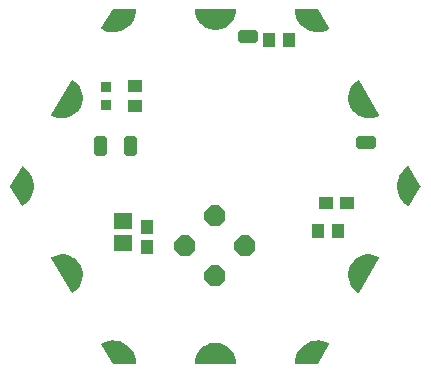
<source format=gbr>
G04 EAGLE Gerber RS-274X export*
G75*
%MOMM*%
%FSLAX34Y34*%
%LPD*%
%INSoldermask Top*%
%IPPOS*%
%AMOC8*
5,1,8,0,0,1.08239X$1,22.5*%
G01*
%ADD10R,1.201600X1.101600*%
%ADD11R,0.901600X0.901600*%
%ADD12R,1.101600X1.201600*%
%ADD13C,0.605878*%
%ADD14C,1.101600*%
%ADD15P,1.924489X8X202.500000*%
%ADD16R,1.601600X1.401600*%

G36*
X363231Y195709D02*
X363231Y195709D01*
X363260Y195706D01*
X363327Y195728D01*
X363397Y195742D01*
X363421Y195759D01*
X363449Y195768D01*
X363502Y195815D01*
X363561Y195855D01*
X363577Y195879D01*
X363599Y195899D01*
X363630Y195963D01*
X363668Y196022D01*
X363673Y196051D01*
X363685Y196077D01*
X363694Y196177D01*
X363701Y196219D01*
X363698Y196229D01*
X363700Y196243D01*
X363468Y199041D01*
X363458Y199075D01*
X363454Y199123D01*
X362765Y201844D01*
X362750Y201876D01*
X362738Y201922D01*
X361610Y204494D01*
X361590Y204522D01*
X361571Y204566D01*
X360035Y206917D01*
X360011Y206941D01*
X359985Y206982D01*
X358083Y209047D01*
X358055Y209068D01*
X358022Y209103D01*
X355807Y210828D01*
X355776Y210843D01*
X355738Y210873D01*
X353268Y212209D01*
X353235Y212219D01*
X353193Y212242D01*
X352007Y212650D01*
X350553Y213149D01*
X350537Y213154D01*
X350503Y213159D01*
X350457Y213174D01*
X347688Y213636D01*
X347653Y213635D01*
X347606Y213643D01*
X344798Y213643D01*
X344764Y213636D01*
X344716Y213636D01*
X341947Y213174D01*
X341914Y213162D01*
X341867Y213154D01*
X339211Y212242D01*
X339181Y212225D01*
X339136Y212209D01*
X336666Y210873D01*
X336640Y210851D01*
X336597Y210828D01*
X334382Y209103D01*
X334359Y209077D01*
X334321Y209047D01*
X332419Y206982D01*
X332401Y206952D01*
X332369Y206917D01*
X330833Y204566D01*
X330820Y204534D01*
X330794Y204494D01*
X329666Y201922D01*
X329659Y201889D01*
X329656Y201882D01*
X329650Y201873D01*
X329649Y201867D01*
X329639Y201844D01*
X328950Y199123D01*
X328948Y199088D01*
X328936Y199041D01*
X328704Y196243D01*
X328708Y196214D01*
X328703Y196185D01*
X328720Y196116D01*
X328728Y196046D01*
X328742Y196020D01*
X328749Y195992D01*
X328791Y195935D01*
X328826Y195873D01*
X328850Y195855D01*
X328867Y195832D01*
X328928Y195796D01*
X328985Y195753D01*
X329013Y195745D01*
X329038Y195730D01*
X329136Y195714D01*
X329177Y195703D01*
X329188Y195705D01*
X329202Y195703D01*
X363202Y195703D01*
X363231Y195709D01*
G37*
G36*
X347640Y478768D02*
X347640Y478768D01*
X347688Y478768D01*
X350457Y479230D01*
X350490Y479242D01*
X350537Y479250D01*
X353193Y480162D01*
X353223Y480179D01*
X353268Y480195D01*
X355738Y481531D01*
X355764Y481553D01*
X355807Y481576D01*
X358022Y483301D01*
X358045Y483327D01*
X358083Y483357D01*
X359985Y485422D01*
X360003Y485452D01*
X360035Y485487D01*
X361571Y487838D01*
X361584Y487870D01*
X361610Y487910D01*
X362738Y490482D01*
X362745Y490515D01*
X362765Y490560D01*
X363454Y493281D01*
X363456Y493316D01*
X363468Y493363D01*
X363700Y496161D01*
X363696Y496190D01*
X363701Y496219D01*
X363685Y496288D01*
X363676Y496358D01*
X363662Y496384D01*
X363655Y496412D01*
X363613Y496469D01*
X363578Y496531D01*
X363554Y496549D01*
X363537Y496572D01*
X363476Y496608D01*
X363419Y496651D01*
X363391Y496659D01*
X363366Y496674D01*
X363268Y496690D01*
X363227Y496701D01*
X363216Y496699D01*
X363202Y496701D01*
X329202Y496701D01*
X329173Y496695D01*
X329144Y496698D01*
X329077Y496676D01*
X329007Y496662D01*
X328983Y496645D01*
X328955Y496636D01*
X328902Y496589D01*
X328843Y496549D01*
X328828Y496525D01*
X328806Y496505D01*
X328774Y496441D01*
X328736Y496382D01*
X328731Y496353D01*
X328719Y496327D01*
X328710Y496227D01*
X328703Y496185D01*
X328706Y496175D01*
X328704Y496161D01*
X328936Y493363D01*
X328946Y493329D01*
X328950Y493281D01*
X329639Y490560D01*
X329654Y490528D01*
X329666Y490482D01*
X330794Y487910D01*
X330814Y487882D01*
X330833Y487838D01*
X332369Y485487D01*
X332393Y485463D01*
X332419Y485422D01*
X334321Y483357D01*
X334349Y483336D01*
X334382Y483301D01*
X336597Y481576D01*
X336628Y481561D01*
X336666Y481531D01*
X339136Y480195D01*
X339169Y480185D01*
X339211Y480162D01*
X341867Y479250D01*
X341901Y479246D01*
X341947Y479230D01*
X344716Y478768D01*
X344751Y478769D01*
X344798Y478761D01*
X347606Y478761D01*
X347640Y478768D01*
G37*
G36*
X224809Y256012D02*
X224809Y256012D01*
X224880Y256009D01*
X224907Y256019D01*
X224936Y256021D01*
X225026Y256063D01*
X225066Y256078D01*
X225074Y256086D01*
X225087Y256092D01*
X227390Y257691D01*
X227414Y257717D01*
X227454Y257744D01*
X229463Y259701D01*
X229482Y259730D01*
X229517Y259763D01*
X231176Y262024D01*
X231191Y262055D01*
X231220Y262094D01*
X232484Y264597D01*
X232493Y264631D01*
X232515Y264674D01*
X233351Y267351D01*
X233354Y267385D01*
X233369Y267431D01*
X233752Y270210D01*
X233750Y270244D01*
X233756Y270292D01*
X233677Y273095D01*
X233669Y273129D01*
X233668Y273177D01*
X233129Y275929D01*
X233115Y275961D01*
X233106Y276009D01*
X232121Y278634D01*
X232106Y278659D01*
X232101Y278679D01*
X232093Y278690D01*
X232086Y278709D01*
X230682Y281137D01*
X230659Y281163D01*
X230635Y281205D01*
X228851Y283368D01*
X228824Y283390D01*
X228793Y283427D01*
X226677Y285268D01*
X226647Y285285D01*
X226611Y285317D01*
X224220Y286784D01*
X224188Y286795D01*
X224147Y286821D01*
X221548Y287874D01*
X221514Y287881D01*
X221469Y287899D01*
X218732Y288510D01*
X218697Y288511D01*
X218650Y288522D01*
X215850Y288674D01*
X215816Y288669D01*
X215768Y288672D01*
X212980Y288362D01*
X212947Y288351D01*
X212899Y288346D01*
X210201Y287581D01*
X210171Y287565D01*
X210124Y287552D01*
X207589Y286353D01*
X207565Y286336D01*
X207538Y286326D01*
X207486Y286277D01*
X207429Y286234D01*
X207415Y286209D01*
X207394Y286189D01*
X207365Y286124D01*
X207329Y286063D01*
X207326Y286034D01*
X207314Y286007D01*
X207313Y285936D01*
X207304Y285865D01*
X207312Y285837D01*
X207312Y285808D01*
X207346Y285715D01*
X207358Y285674D01*
X207365Y285665D01*
X207370Y285652D01*
X224370Y256252D01*
X224389Y256230D01*
X224402Y256204D01*
X224455Y256156D01*
X224502Y256103D01*
X224528Y256091D01*
X224550Y256071D01*
X224617Y256048D01*
X224681Y256018D01*
X224710Y256016D01*
X224738Y256007D01*
X224809Y256012D01*
G37*
G36*
X476588Y403735D02*
X476588Y403735D01*
X476636Y403732D01*
X479424Y404042D01*
X479457Y404053D01*
X479505Y404058D01*
X482203Y404823D01*
X482233Y404839D01*
X482280Y404852D01*
X484815Y406051D01*
X484839Y406068D01*
X484866Y406078D01*
X484918Y406127D01*
X484975Y406170D01*
X484989Y406195D01*
X485011Y406215D01*
X485039Y406280D01*
X485075Y406342D01*
X485078Y406370D01*
X485090Y406397D01*
X485091Y406468D01*
X485100Y406539D01*
X485092Y406567D01*
X485092Y406596D01*
X485058Y406689D01*
X485046Y406730D01*
X485039Y406739D01*
X485034Y406752D01*
X468034Y436152D01*
X468015Y436174D01*
X468002Y436200D01*
X467949Y436248D01*
X467902Y436301D01*
X467876Y436313D01*
X467854Y436333D01*
X467787Y436356D01*
X467723Y436386D01*
X467694Y436388D01*
X467666Y436397D01*
X467595Y436392D01*
X467524Y436395D01*
X467497Y436385D01*
X467468Y436383D01*
X467378Y436341D01*
X467338Y436326D01*
X467330Y436318D01*
X467317Y436312D01*
X465014Y434713D01*
X464990Y434688D01*
X464950Y434660D01*
X462941Y432703D01*
X462922Y432674D01*
X462887Y432641D01*
X461228Y430380D01*
X461213Y430349D01*
X461184Y430310D01*
X459920Y427807D01*
X459911Y427773D01*
X459889Y427730D01*
X459053Y425053D01*
X459050Y425019D01*
X459035Y424973D01*
X458652Y422194D01*
X458654Y422160D01*
X458648Y422112D01*
X458727Y419309D01*
X458735Y419275D01*
X458736Y419227D01*
X459275Y416475D01*
X459289Y416443D01*
X459298Y416395D01*
X460283Y413770D01*
X460301Y413740D01*
X460318Y413695D01*
X461722Y411267D01*
X461745Y411241D01*
X461769Y411200D01*
X463553Y409036D01*
X463580Y409014D01*
X463611Y408977D01*
X465727Y407136D01*
X465757Y407119D01*
X465793Y407088D01*
X468184Y405620D01*
X468216Y405609D01*
X468257Y405583D01*
X470856Y404530D01*
X470890Y404523D01*
X470935Y404505D01*
X473672Y403894D01*
X473707Y403893D01*
X473754Y403882D01*
X476554Y403730D01*
X476588Y403735D01*
G37*
G36*
X467628Y256013D02*
X467628Y256013D01*
X467699Y256012D01*
X467726Y256023D01*
X467755Y256027D01*
X467817Y256061D01*
X467882Y256089D01*
X467903Y256110D01*
X467928Y256124D01*
X467991Y256200D01*
X468021Y256231D01*
X468025Y256241D01*
X468034Y256252D01*
X485034Y285652D01*
X485043Y285680D01*
X485060Y285704D01*
X485075Y285773D01*
X485097Y285841D01*
X485095Y285870D01*
X485101Y285898D01*
X485088Y285968D01*
X485082Y286039D01*
X485069Y286065D01*
X485063Y286093D01*
X485023Y286152D01*
X484991Y286215D01*
X484968Y286234D01*
X484952Y286258D01*
X484870Y286315D01*
X484837Y286342D01*
X484827Y286345D01*
X484815Y286353D01*
X482280Y287552D01*
X482246Y287560D01*
X482203Y287581D01*
X479505Y288346D01*
X479470Y288348D01*
X479424Y288362D01*
X476636Y288672D01*
X476602Y288669D01*
X476554Y288674D01*
X473754Y288522D01*
X473720Y288513D01*
X473672Y288510D01*
X470935Y287899D01*
X470903Y287885D01*
X470856Y287874D01*
X468257Y286821D01*
X468228Y286802D01*
X468184Y286784D01*
X465793Y285317D01*
X465768Y285293D01*
X465727Y285268D01*
X463611Y283427D01*
X463590Y283400D01*
X463553Y283368D01*
X461769Y281205D01*
X461753Y281174D01*
X461722Y281137D01*
X460318Y278709D01*
X460307Y278676D01*
X460300Y278663D01*
X460290Y278649D01*
X460290Y278646D01*
X460283Y278634D01*
X459298Y276009D01*
X459292Y275974D01*
X459275Y275929D01*
X458736Y273177D01*
X458736Y273143D01*
X458727Y273095D01*
X458648Y270292D01*
X458654Y270258D01*
X458652Y270210D01*
X459035Y267431D01*
X459047Y267399D01*
X459053Y267351D01*
X459889Y264674D01*
X459906Y264643D01*
X459920Y264597D01*
X461184Y262094D01*
X461206Y262067D01*
X461228Y262024D01*
X462887Y259763D01*
X462913Y259740D01*
X462941Y259701D01*
X464950Y257744D01*
X464979Y257725D01*
X465014Y257691D01*
X467317Y256092D01*
X467344Y256080D01*
X467367Y256062D01*
X467435Y256041D01*
X467500Y256013D01*
X467529Y256013D01*
X467557Y256005D01*
X467628Y256013D01*
G37*
G36*
X218650Y403882D02*
X218650Y403882D01*
X218684Y403891D01*
X218732Y403894D01*
X221469Y404505D01*
X221501Y404519D01*
X221548Y404530D01*
X224147Y405583D01*
X224176Y405602D01*
X224220Y405620D01*
X226611Y407088D01*
X226636Y407111D01*
X226677Y407136D01*
X228793Y408977D01*
X228814Y409004D01*
X228851Y409036D01*
X230635Y411200D01*
X230651Y411230D01*
X230682Y411267D01*
X232086Y413695D01*
X232097Y413728D01*
X232121Y413770D01*
X233106Y416395D01*
X233112Y416430D01*
X233129Y416475D01*
X233668Y419227D01*
X233668Y419262D01*
X233677Y419309D01*
X233756Y422112D01*
X233751Y422146D01*
X233752Y422194D01*
X233369Y424973D01*
X233357Y425005D01*
X233351Y425053D01*
X232515Y427730D01*
X232498Y427761D01*
X232484Y427807D01*
X231220Y430310D01*
X231198Y430337D01*
X231176Y430380D01*
X229517Y432641D01*
X229491Y432664D01*
X229463Y432703D01*
X227454Y434660D01*
X227425Y434679D01*
X227390Y434713D01*
X225087Y436312D01*
X225060Y436324D01*
X225037Y436342D01*
X224969Y436363D01*
X224904Y436391D01*
X224875Y436391D01*
X224847Y436399D01*
X224776Y436391D01*
X224705Y436392D01*
X224678Y436381D01*
X224649Y436377D01*
X224587Y436343D01*
X224522Y436315D01*
X224501Y436294D01*
X224476Y436280D01*
X224413Y436204D01*
X224383Y436173D01*
X224379Y436163D01*
X224370Y436152D01*
X207370Y406752D01*
X207361Y406724D01*
X207344Y406700D01*
X207329Y406631D01*
X207307Y406563D01*
X207309Y406534D01*
X207303Y406506D01*
X207316Y406436D01*
X207322Y406365D01*
X207335Y406339D01*
X207341Y406311D01*
X207381Y406252D01*
X207413Y406189D01*
X207436Y406170D01*
X207452Y406146D01*
X207534Y406089D01*
X207567Y406062D01*
X207577Y406059D01*
X207589Y406051D01*
X210124Y404852D01*
X210158Y404844D01*
X210201Y404823D01*
X212899Y404058D01*
X212934Y404056D01*
X212980Y404042D01*
X215768Y403732D01*
X215802Y403735D01*
X215850Y403730D01*
X218650Y403882D01*
G37*
G36*
X509929Y329213D02*
X509929Y329213D01*
X510000Y329213D01*
X510027Y329224D01*
X510056Y329227D01*
X510118Y329262D01*
X510183Y329290D01*
X510204Y329310D01*
X510229Y329325D01*
X510292Y329402D01*
X510322Y329432D01*
X510326Y329442D01*
X510335Y329453D01*
X519835Y345953D01*
X519845Y345985D01*
X519854Y345998D01*
X519858Y346022D01*
X519859Y346026D01*
X519890Y346096D01*
X519890Y346120D01*
X519898Y346142D01*
X519892Y346218D01*
X519893Y346295D01*
X519883Y346319D01*
X519882Y346340D01*
X519861Y346379D01*
X519835Y346451D01*
X510335Y362951D01*
X510316Y362973D01*
X510303Y362999D01*
X510250Y363047D01*
X510203Y363100D01*
X510177Y363113D01*
X510156Y363132D01*
X510088Y363155D01*
X510024Y363186D01*
X509995Y363188D01*
X509968Y363197D01*
X509896Y363192D01*
X509825Y363195D01*
X509798Y363185D01*
X509769Y363183D01*
X509679Y363141D01*
X509639Y363126D01*
X509631Y363119D01*
X509618Y363113D01*
X507095Y361371D01*
X507071Y361347D01*
X507033Y361320D01*
X504821Y359196D01*
X504802Y359168D01*
X504768Y359136D01*
X502926Y356685D01*
X502912Y356654D01*
X502883Y356617D01*
X501458Y353902D01*
X501449Y353871D01*
X501433Y353846D01*
X501432Y353838D01*
X501427Y353828D01*
X500456Y350920D01*
X500452Y350886D01*
X500437Y350842D01*
X499945Y347815D01*
X499946Y347781D01*
X499938Y347735D01*
X499938Y344669D01*
X499939Y344665D01*
X499939Y344663D01*
X499945Y344636D01*
X499945Y344589D01*
X500437Y341562D01*
X500449Y341531D01*
X500456Y341484D01*
X501427Y338576D01*
X501444Y338547D01*
X501458Y338502D01*
X502883Y335787D01*
X502905Y335761D01*
X502926Y335719D01*
X504768Y333268D01*
X504793Y333245D01*
X504821Y333208D01*
X507033Y331084D01*
X507061Y331066D01*
X507095Y331033D01*
X509618Y329291D01*
X509645Y329280D01*
X509667Y329261D01*
X509736Y329241D01*
X509801Y329213D01*
X509830Y329213D01*
X509858Y329205D01*
X509929Y329213D01*
G37*
G36*
X182508Y329212D02*
X182508Y329212D01*
X182579Y329209D01*
X182606Y329219D01*
X182635Y329221D01*
X182725Y329263D01*
X182765Y329278D01*
X182773Y329285D01*
X182786Y329291D01*
X185309Y331033D01*
X185333Y331057D01*
X185371Y331084D01*
X187583Y333208D01*
X187602Y333236D01*
X187636Y333268D01*
X189478Y335719D01*
X189492Y335750D01*
X189521Y335787D01*
X190946Y338502D01*
X190955Y338535D01*
X190977Y338576D01*
X191948Y341484D01*
X191952Y341518D01*
X191967Y341562D01*
X192459Y344589D01*
X192458Y344623D01*
X192466Y344669D01*
X192466Y347735D01*
X192459Y347768D01*
X192459Y347815D01*
X191967Y350842D01*
X191955Y350873D01*
X191948Y350920D01*
X190977Y353828D01*
X190964Y353851D01*
X190958Y353876D01*
X190951Y353885D01*
X190946Y353902D01*
X189521Y356617D01*
X189499Y356643D01*
X189478Y356685D01*
X187636Y359136D01*
X187611Y359159D01*
X187583Y359196D01*
X185371Y361320D01*
X185343Y361338D01*
X185309Y361371D01*
X182786Y363113D01*
X182759Y363124D01*
X182737Y363143D01*
X182668Y363163D01*
X182603Y363191D01*
X182574Y363191D01*
X182546Y363199D01*
X182475Y363191D01*
X182404Y363192D01*
X182377Y363180D01*
X182348Y363177D01*
X182286Y363142D01*
X182221Y363114D01*
X182200Y363094D01*
X182175Y363079D01*
X182112Y363002D01*
X182082Y362972D01*
X182078Y362962D01*
X182069Y362951D01*
X172569Y346451D01*
X172545Y346378D01*
X172514Y346308D01*
X172514Y346284D01*
X172506Y346262D01*
X172513Y346186D01*
X172512Y346109D01*
X172521Y346085D01*
X172522Y346064D01*
X172543Y346025D01*
X172562Y345973D01*
X172563Y345967D01*
X172565Y345965D01*
X172569Y345953D01*
X182069Y329453D01*
X182088Y329431D01*
X182101Y329405D01*
X182154Y329357D01*
X182201Y329304D01*
X182227Y329291D01*
X182249Y329272D01*
X182316Y329249D01*
X182380Y329218D01*
X182409Y329217D01*
X182436Y329207D01*
X182508Y329212D01*
G37*
G36*
X432878Y195718D02*
X432878Y195718D01*
X432956Y195727D01*
X432975Y195738D01*
X432997Y195742D01*
X433061Y195786D01*
X433129Y195825D01*
X433145Y195844D01*
X433161Y195855D01*
X433185Y195893D01*
X433235Y195953D01*
X442735Y212453D01*
X442744Y212480D01*
X442760Y212504D01*
X442775Y212574D01*
X442798Y212642D01*
X442795Y212670D01*
X442801Y212698D01*
X442788Y212769D01*
X442782Y212840D01*
X442769Y212865D01*
X442763Y212893D01*
X442723Y212953D01*
X442690Y213016D01*
X442668Y213034D01*
X442652Y213058D01*
X442569Y213116D01*
X442537Y213143D01*
X442526Y213146D01*
X442516Y213153D01*
X439750Y214462D01*
X439717Y214470D01*
X439674Y214490D01*
X436734Y215338D01*
X436700Y215341D01*
X436656Y215354D01*
X433618Y215719D01*
X433584Y215716D01*
X433537Y215722D01*
X430480Y215595D01*
X430447Y215587D01*
X430400Y215586D01*
X427403Y214970D01*
X427372Y214957D01*
X427326Y214948D01*
X424466Y213859D01*
X424438Y213841D01*
X424394Y213825D01*
X421746Y212291D01*
X421720Y212269D01*
X421680Y212246D01*
X419312Y210308D01*
X419290Y210281D01*
X419254Y210252D01*
X417227Y207959D01*
X417211Y207930D01*
X417179Y207895D01*
X415547Y205307D01*
X415535Y205275D01*
X415510Y205236D01*
X414314Y202419D01*
X414307Y202386D01*
X414304Y202379D01*
X414300Y202373D01*
X414299Y202367D01*
X414288Y202343D01*
X413560Y199371D01*
X413558Y199337D01*
X413547Y199292D01*
X413304Y196242D01*
X413308Y196213D01*
X413303Y196185D01*
X413320Y196116D01*
X413328Y196044D01*
X413343Y196020D01*
X413349Y195992D01*
X413392Y195934D01*
X413428Y195872D01*
X413450Y195855D01*
X413467Y195832D01*
X413529Y195795D01*
X413586Y195752D01*
X413614Y195745D01*
X413638Y195730D01*
X413738Y195714D01*
X413779Y195703D01*
X413789Y195705D01*
X413802Y195703D01*
X432802Y195703D01*
X432878Y195718D01*
G37*
G36*
X433571Y476687D02*
X433571Y476687D01*
X433618Y476685D01*
X436656Y477050D01*
X436688Y477061D01*
X436734Y477066D01*
X439674Y477914D01*
X439704Y477930D01*
X439750Y477942D01*
X442516Y479251D01*
X442538Y479268D01*
X442565Y479278D01*
X442617Y479327D01*
X442675Y479370D01*
X442689Y479395D01*
X442710Y479414D01*
X442739Y479480D01*
X442775Y479542D01*
X442778Y479570D01*
X442790Y479596D01*
X442791Y479668D01*
X442800Y479739D01*
X442792Y479766D01*
X442793Y479795D01*
X442757Y479890D01*
X442746Y479930D01*
X442739Y479939D01*
X442735Y479951D01*
X433235Y496451D01*
X433183Y496510D01*
X433137Y496572D01*
X433118Y496583D01*
X433103Y496600D01*
X433033Y496634D01*
X432966Y496674D01*
X432942Y496678D01*
X432924Y496686D01*
X432879Y496688D01*
X432802Y496701D01*
X413802Y496701D01*
X413774Y496696D01*
X413746Y496698D01*
X413678Y496676D01*
X413607Y496662D01*
X413584Y496646D01*
X413557Y496637D01*
X413502Y496590D01*
X413443Y496549D01*
X413428Y496525D01*
X413407Y496507D01*
X413375Y496442D01*
X413336Y496382D01*
X413331Y496354D01*
X413319Y496328D01*
X413310Y496227D01*
X413303Y496185D01*
X413305Y496175D01*
X413304Y496162D01*
X413547Y493112D01*
X413556Y493080D01*
X413560Y493033D01*
X414288Y490061D01*
X414303Y490030D01*
X414314Y489985D01*
X415510Y487168D01*
X415529Y487140D01*
X415547Y487097D01*
X417179Y484509D01*
X417203Y484485D01*
X417227Y484445D01*
X419254Y482152D01*
X419281Y482132D01*
X419312Y482096D01*
X421680Y480158D01*
X421710Y480142D01*
X421746Y480113D01*
X424394Y478580D01*
X424426Y478569D01*
X424466Y478545D01*
X427326Y477457D01*
X427359Y477451D01*
X427403Y477434D01*
X430400Y476818D01*
X430434Y476818D01*
X430480Y476809D01*
X433537Y476682D01*
X433571Y476687D01*
G37*
G36*
X278630Y195708D02*
X278630Y195708D01*
X278658Y195706D01*
X278726Y195728D01*
X278797Y195742D01*
X278820Y195758D01*
X278847Y195767D01*
X278902Y195814D01*
X278961Y195855D01*
X278976Y195879D01*
X278998Y195897D01*
X279029Y195962D01*
X279068Y196022D01*
X279073Y196050D01*
X279085Y196076D01*
X279094Y196177D01*
X279101Y196219D01*
X279099Y196229D01*
X279100Y196242D01*
X278857Y199292D01*
X278848Y199324D01*
X278844Y199371D01*
X278116Y202343D01*
X278101Y202374D01*
X278090Y202419D01*
X276894Y205236D01*
X276875Y205264D01*
X276857Y205307D01*
X275225Y207895D01*
X275201Y207919D01*
X275177Y207959D01*
X273150Y210252D01*
X273123Y210272D01*
X273092Y210308D01*
X270725Y212246D01*
X270694Y212262D01*
X270658Y212291D01*
X268010Y213825D01*
X267978Y213835D01*
X267938Y213859D01*
X265078Y214948D01*
X265045Y214953D01*
X265001Y214970D01*
X262004Y215586D01*
X261970Y215586D01*
X261924Y215595D01*
X258867Y215722D01*
X258833Y215717D01*
X258786Y215719D01*
X255748Y215354D01*
X255716Y215343D01*
X255670Y215338D01*
X252730Y214490D01*
X252700Y214474D01*
X252655Y214462D01*
X249889Y213153D01*
X249866Y213136D01*
X249839Y213126D01*
X249787Y213077D01*
X249729Y213034D01*
X249715Y213009D01*
X249694Y212990D01*
X249665Y212924D01*
X249629Y212862D01*
X249626Y212834D01*
X249614Y212808D01*
X249613Y212736D01*
X249604Y212665D01*
X249612Y212638D01*
X249612Y212609D01*
X249647Y212514D01*
X249658Y212474D01*
X249665Y212465D01*
X249669Y212453D01*
X259169Y195953D01*
X259221Y195895D01*
X259267Y195832D01*
X259286Y195821D01*
X259301Y195804D01*
X259371Y195770D01*
X259438Y195730D01*
X259463Y195726D01*
X259480Y195718D01*
X259525Y195716D01*
X259602Y195703D01*
X278602Y195703D01*
X278630Y195708D01*
G37*
G36*
X261924Y476809D02*
X261924Y476809D01*
X261957Y476817D01*
X262004Y476818D01*
X265001Y477434D01*
X265032Y477447D01*
X265078Y477457D01*
X267938Y478545D01*
X267967Y478563D01*
X268010Y478580D01*
X270658Y480113D01*
X270684Y480135D01*
X270725Y480158D01*
X273092Y482096D01*
X273114Y482123D01*
X273150Y482152D01*
X275177Y484445D01*
X275194Y484474D01*
X275225Y484509D01*
X276857Y487097D01*
X276869Y487129D01*
X276894Y487168D01*
X278090Y489985D01*
X278097Y490018D01*
X278116Y490061D01*
X278844Y493033D01*
X278846Y493067D01*
X278857Y493112D01*
X279100Y496162D01*
X279096Y496191D01*
X279101Y496219D01*
X279084Y496288D01*
X279076Y496360D01*
X279062Y496384D01*
X279055Y496412D01*
X279012Y496470D01*
X278977Y496532D01*
X278954Y496549D01*
X278937Y496572D01*
X278875Y496609D01*
X278818Y496652D01*
X278790Y496659D01*
X278766Y496674D01*
X278666Y496690D01*
X278625Y496701D01*
X278615Y496699D01*
X278602Y496701D01*
X259602Y496701D01*
X259526Y496686D01*
X259448Y496677D01*
X259429Y496666D01*
X259407Y496662D01*
X259343Y496618D01*
X259275Y496579D01*
X259259Y496560D01*
X259243Y496549D01*
X259219Y496511D01*
X259169Y496451D01*
X249669Y479951D01*
X249660Y479924D01*
X249644Y479900D01*
X249629Y479830D01*
X249606Y479762D01*
X249609Y479734D01*
X249603Y479706D01*
X249617Y479636D01*
X249622Y479564D01*
X249635Y479539D01*
X249641Y479511D01*
X249681Y479451D01*
X249714Y479388D01*
X249736Y479370D01*
X249752Y479346D01*
X249835Y479288D01*
X249867Y479261D01*
X249878Y479258D01*
X249889Y479251D01*
X252655Y477942D01*
X252688Y477934D01*
X252730Y477914D01*
X255670Y477066D01*
X255704Y477063D01*
X255748Y477050D01*
X258786Y476685D01*
X258820Y476688D01*
X258867Y476682D01*
X261924Y476809D01*
G37*
D10*
X457249Y332450D03*
X440249Y332450D03*
D11*
X253911Y430379D03*
X253911Y415379D03*
D12*
X432694Y308625D03*
X449694Y308625D03*
D10*
X278322Y413887D03*
X278322Y430887D03*
D12*
X408162Y470210D03*
X391162Y470210D03*
D13*
X271333Y385971D02*
X271333Y375013D01*
X271333Y385971D02*
X276291Y385971D01*
X276291Y375013D01*
X271333Y375013D01*
X271333Y380769D02*
X276291Y380769D01*
X250891Y385971D02*
X250891Y375013D01*
X245933Y375013D01*
X245933Y385971D01*
X250891Y385971D01*
X250891Y380769D02*
X245933Y380769D01*
X367647Y471231D02*
X378605Y471231D01*
X367647Y471231D02*
X367647Y476189D01*
X378605Y476189D01*
X378605Y471231D01*
X467469Y386019D02*
X478427Y386019D01*
X478427Y381061D01*
X467469Y381061D01*
X467469Y386019D01*
D14*
X428802Y489302D03*
X511402Y346202D03*
X428802Y203102D03*
X263602Y203102D03*
X181002Y346202D03*
X263602Y489302D03*
X470102Y417702D03*
X470102Y274702D03*
X346202Y203102D03*
X222302Y274702D03*
X222302Y417702D03*
X346202Y489302D03*
D15*
X345440Y321310D03*
X320040Y295910D03*
X345440Y270510D03*
X370840Y295910D03*
D16*
X267970Y297840D03*
X267970Y316840D03*
D12*
X288290Y295030D03*
X288290Y312030D03*
M02*

</source>
